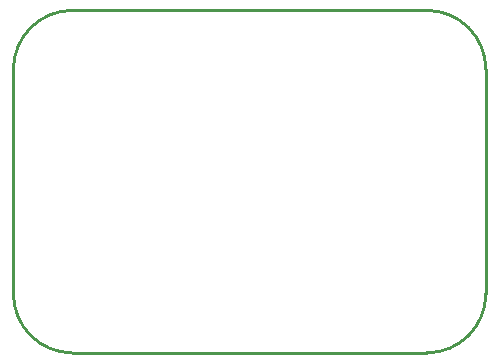
<source format=gm1>
G04 Layer_Color=16711935*
%FSLAX44Y44*%
%MOMM*%
G71*
G01*
G75*
%ADD22C,0.2500*%
%ADD26C,0.2540*%
D22*
X50000Y290000D02*
X350000D01*
X400000Y50000D02*
Y240000D01*
X0Y50000D02*
Y240000D01*
X50000Y0D02*
X350000D01*
D26*
X400000Y240000D02*
G03*
X350000Y290000I-50000J0D01*
G01*
X50000D02*
G03*
X0Y240000I0J-50000D01*
G01*
X350000Y0D02*
G03*
X400000Y50000I0J50000D01*
G01*
X0D02*
G03*
X50000Y0I50000J0D01*
G01*
M02*

</source>
